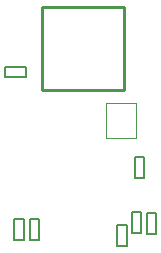
<source format=gbr>
%TF.GenerationSoftware,Altium Limited,Altium Designer,20.2.6 (244)*%
G04 Layer_Color=8388736*
%FSLAX45Y45*%
%MOMM*%
%TF.SameCoordinates,BE144905-350C-4E41-9AB6-63F68E724E9C*%
%TF.FilePolarity,Positive*%
%TF.FileFunction,Other,Mechanical_2*%
%TF.Part,Single*%
G01*
G75*
%TA.AperFunction,NonConductor*%
%ADD61C,0.20000*%
%ADD63C,0.10000*%
%ADD76C,0.25400*%
D61*
X290000Y2170000D02*
Y2250000D01*
Y2170000D02*
X470000D01*
Y2250000D01*
X290000D02*
X470000D01*
X1240000Y920000D02*
X1320000D01*
X1240000Y740000D02*
Y920000D01*
Y740000D02*
X1320000D01*
Y920000D01*
X1365025Y850000D02*
X1445025D01*
Y1030000D01*
X1365025D02*
X1445025D01*
X1365025Y850000D02*
Y1030000D01*
X1490050Y840000D02*
X1570050D01*
Y1020000D01*
X1490050D02*
X1570050D01*
X1490050Y840000D02*
Y1020000D01*
X500000Y970000D02*
X580000D01*
X500000Y790000D02*
Y970000D01*
Y790000D02*
X580000D01*
Y970000D01*
X370000D02*
X450000D01*
X370000Y790000D02*
Y970000D01*
Y790000D02*
X450000D01*
Y970000D01*
X1390000Y1490000D02*
X1470000D01*
X1390000Y1310000D02*
Y1490000D01*
Y1310000D02*
X1470000D01*
Y1490000D01*
D63*
X1145000Y1950000D02*
X1395000D01*
X1145000Y1650000D02*
Y1950000D01*
Y1650000D02*
X1395000D01*
Y1950000D01*
D76*
X600000Y2760000D02*
X1300000D01*
Y2060000D02*
Y2760000D01*
X600000Y2060000D02*
X1300000D01*
X600000D02*
Y2760000D01*
%TF.MD5,8a7d8cd2da8d0cdbe57ac6791d1c7f13*%
M02*

</source>
